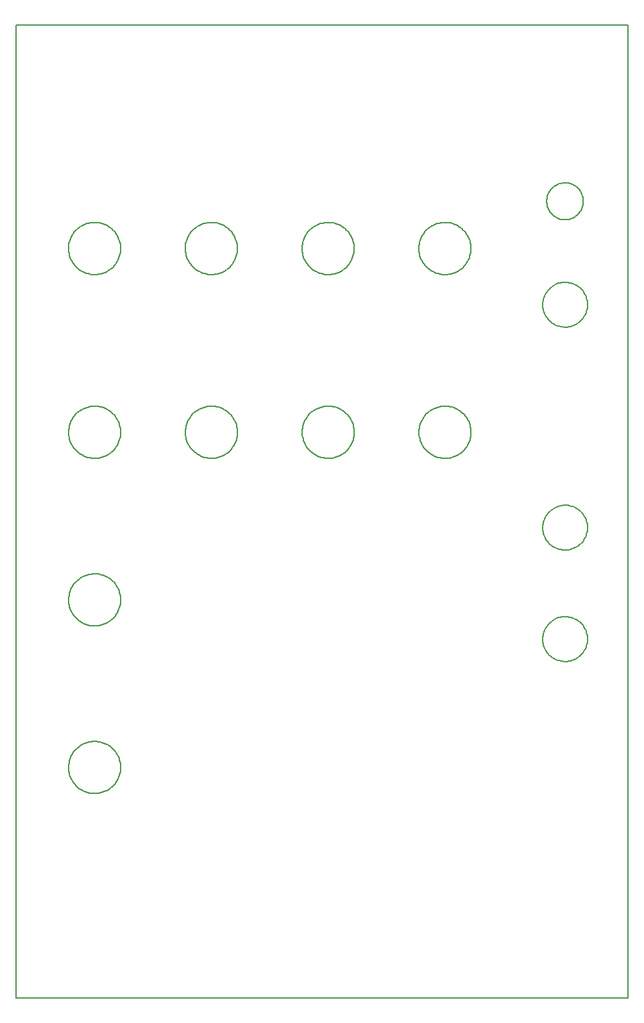
<source format=gbr>
%TF.GenerationSoftware,KiCad,Pcbnew,(5.1.6-0)*%
%TF.CreationDate,2020-12-24T13:42:28-08:00*%
%TF.ProjectId,panel_board,70616e65-6c5f-4626-9f61-72642e6b6963,rev?*%
%TF.SameCoordinates,Original*%
%TF.FileFunction,Profile,NP*%
%FSLAX46Y46*%
G04 Gerber Fmt 4.6, Leading zero omitted, Abs format (unit mm)*
G04 Created by KiCad (PCBNEW (5.1.6-0)) date 2020-12-24 13:42:28*
%MOMM*%
%LPD*%
G01*
G04 APERTURE LIST*
%TA.AperFunction,Profile*%
%ADD10C,0.200000*%
%TD*%
G04 APERTURE END LIST*
D10*
X146976753Y-56329517D02*
X146976753Y-56329517D01*
X148689675Y-57042885D02*
X148511991Y-56881092D01*
X148511991Y-56881092D02*
X148320722Y-56738725D01*
X148320722Y-56738725D02*
X148117455Y-56616445D01*
X148117455Y-56616445D02*
X147903779Y-56514915D01*
X147903779Y-56514915D02*
X147681282Y-56434796D01*
X147681282Y-56434796D02*
X147451553Y-56376748D01*
X147451553Y-56376748D02*
X147216181Y-56341435D01*
X147216181Y-56341435D02*
X146976753Y-56329517D01*
X149399190Y-58765108D02*
X149387336Y-58524379D01*
X149387336Y-58524379D02*
X149352213Y-58287728D01*
X149352213Y-58287728D02*
X149294479Y-58056752D01*
X149294479Y-58056752D02*
X149214793Y-57833047D01*
X149214793Y-57833047D02*
X149113811Y-57618211D01*
X149113811Y-57618211D02*
X148992192Y-57413840D01*
X148992192Y-57413840D02*
X148850594Y-57221533D01*
X148850594Y-57221533D02*
X148689675Y-57042885D01*
X147903780Y-61015300D02*
X148149835Y-60896137D01*
X148149835Y-60896137D02*
X148377919Y-60752069D01*
X148377919Y-60752069D02*
X148586671Y-60585142D01*
X148586671Y-60585142D02*
X148774730Y-60397403D01*
X148774730Y-60397403D02*
X148940736Y-60190899D01*
X148940736Y-60190899D02*
X149083327Y-59967679D01*
X149083327Y-59967679D02*
X149201144Y-59729789D01*
X149201144Y-59729789D02*
X149292826Y-59479278D01*
X149292826Y-59479278D02*
X149357011Y-59218191D01*
X149357011Y-59218191D02*
X149392340Y-58948577D01*
X149392340Y-58948577D02*
X149399190Y-58765108D01*
X145263832Y-60487330D02*
X145467490Y-60670289D01*
X145467490Y-60670289D02*
X145687157Y-60827023D01*
X145687157Y-60827023D02*
X145920431Y-60957051D01*
X145920431Y-60957051D02*
X146164909Y-61059894D01*
X146164909Y-61059894D02*
X146418191Y-61135071D01*
X146418191Y-61135071D02*
X146677873Y-61182101D01*
X146677873Y-61182101D02*
X146941554Y-61200504D01*
X146941554Y-61200504D02*
X147206832Y-61189800D01*
X147206832Y-61189800D02*
X147471305Y-61149508D01*
X147471305Y-61149508D02*
X147732570Y-61079148D01*
X147732570Y-61079148D02*
X147903780Y-61015300D01*
X144738714Y-57833048D02*
X144648531Y-58092240D01*
X144648531Y-58092240D02*
X144588572Y-58356267D01*
X144588572Y-58356267D02*
X144558360Y-58622714D01*
X144558360Y-58622714D02*
X144557417Y-58889166D01*
X144557417Y-58889166D02*
X144585265Y-59153207D01*
X144585265Y-59153207D02*
X144641425Y-59412422D01*
X144641425Y-59412422D02*
X144725421Y-59664397D01*
X144725421Y-59664397D02*
X144836775Y-59906716D01*
X144836775Y-59906716D02*
X144975008Y-60136965D01*
X144975008Y-60136965D02*
X145139643Y-60352728D01*
X145139643Y-60352728D02*
X145263832Y-60487330D01*
X146976753Y-56329517D02*
X146704071Y-56344935D01*
X146704071Y-56344935D02*
X146438514Y-56390279D01*
X146438514Y-56390279D02*
X146182117Y-56464180D01*
X146182117Y-56464180D02*
X145936917Y-56565271D01*
X145936917Y-56565271D02*
X145704949Y-56692182D01*
X145704949Y-56692182D02*
X145488251Y-56843547D01*
X145488251Y-56843547D02*
X145288857Y-57017997D01*
X145288857Y-57017997D02*
X145108806Y-57214165D01*
X145108806Y-57214165D02*
X144950132Y-57430681D01*
X144950132Y-57430681D02*
X144814873Y-57666179D01*
X144814873Y-57666179D02*
X144738714Y-57833048D01*
X102732486Y-62571366D02*
X102545153Y-62397454D01*
X102545153Y-62397454D02*
X102346653Y-62238844D01*
X102346653Y-62238844D02*
X102137935Y-62095929D01*
X102137935Y-62095929D02*
X101919951Y-61969104D01*
X101919951Y-61969104D02*
X101693653Y-61858762D01*
X101693653Y-61858762D02*
X101459993Y-61765298D01*
X101459993Y-61765298D02*
X101219922Y-61689106D01*
X101219922Y-61689106D02*
X100974391Y-61630580D01*
X100974391Y-61630580D02*
X100724352Y-61590114D01*
X100724352Y-61590114D02*
X100470757Y-61568102D01*
X100470757Y-61568102D02*
X100300188Y-61563875D01*
X81708348Y-63687314D02*
X81618174Y-63930425D01*
X81618174Y-63930425D02*
X81547176Y-64177077D01*
X81547176Y-64177077D02*
X81495152Y-64426258D01*
X81495152Y-64426258D02*
X81461900Y-64676958D01*
X81461900Y-64676958D02*
X81447221Y-64928166D01*
X81447221Y-64928166D02*
X81450912Y-65178872D01*
X81450912Y-65178872D02*
X81472773Y-65428064D01*
X81472773Y-65428064D02*
X81512603Y-65674733D01*
X81512603Y-65674733D02*
X81570201Y-65917868D01*
X81570201Y-65917868D02*
X81645366Y-66156457D01*
X81645366Y-66156457D02*
X81737896Y-66389492D01*
X81737896Y-66389492D02*
X81847591Y-66615960D01*
X81847591Y-66615960D02*
X81974250Y-66834852D01*
X81974250Y-66834852D02*
X82117672Y-67045156D01*
X82117672Y-67045156D02*
X82277655Y-67245863D01*
X82277655Y-67245863D02*
X82454000Y-67435962D01*
X103739977Y-65003664D02*
X103730487Y-64748226D01*
X103730487Y-64748226D02*
X103702280Y-64495711D01*
X103702280Y-64495711D02*
X103655750Y-64247069D01*
X103655750Y-64247069D02*
X103591291Y-64003252D01*
X103591291Y-64003252D02*
X103509298Y-63765212D01*
X103509298Y-63765212D02*
X103410164Y-63533900D01*
X103410164Y-63533900D02*
X103294284Y-63310268D01*
X103294284Y-63310268D02*
X103162052Y-63095267D01*
X103162052Y-63095267D02*
X103013861Y-62889849D01*
X103013861Y-62889849D02*
X102850107Y-62694966D01*
X102850107Y-62694966D02*
X102732486Y-62571366D01*
X100300188Y-61563875D02*
X100300188Y-61563875D01*
X155268746Y-35514173D02*
X155268746Y-163859803D01*
X84886298Y-61563875D02*
X84627183Y-61573600D01*
X84627183Y-61573600D02*
X84372137Y-61602396D01*
X84372137Y-61602396D02*
X84122015Y-61649689D01*
X84122015Y-61649689D02*
X83877673Y-61714908D01*
X83877673Y-61714908D02*
X83639970Y-61797479D01*
X83639970Y-61797479D02*
X83409761Y-61896830D01*
X83409761Y-61896830D02*
X83187903Y-62012389D01*
X83187903Y-62012389D02*
X82975253Y-62143584D01*
X82975253Y-62143584D02*
X82772668Y-62289841D01*
X82772668Y-62289841D02*
X82581004Y-62450588D01*
X82581004Y-62450588D02*
X82401118Y-62625254D01*
X82401118Y-62625254D02*
X82233867Y-62813264D01*
X82233867Y-62813264D02*
X82080108Y-63014048D01*
X82080108Y-63014048D02*
X81940697Y-63227033D01*
X81940697Y-63227033D02*
X81816491Y-63451645D01*
X81816491Y-63451645D02*
X81708348Y-63687314D01*
X117030448Y-68181614D02*
X117266116Y-68073470D01*
X117266116Y-68073470D02*
X117490728Y-67949264D01*
X117490728Y-67949264D02*
X117703713Y-67809853D01*
X117703713Y-67809853D02*
X117904497Y-67656094D01*
X117904497Y-67656094D02*
X118092507Y-67488843D01*
X118092507Y-67488843D02*
X118267173Y-67308958D01*
X118267173Y-67308958D02*
X118427920Y-67117294D01*
X118427920Y-67117294D02*
X118574177Y-66914708D01*
X118574177Y-66914708D02*
X118705372Y-66702058D01*
X118705372Y-66702058D02*
X118820931Y-66480200D01*
X118820931Y-66480200D02*
X118920282Y-66249991D01*
X118920282Y-66249991D02*
X119002853Y-66012288D01*
X119002853Y-66012288D02*
X119068072Y-65767946D01*
X119068072Y-65767946D02*
X119115365Y-65517824D01*
X119115365Y-65517824D02*
X119144161Y-65262778D01*
X119144161Y-65262778D02*
X119153887Y-65003664D01*
X100300188Y-61563875D02*
X100041073Y-61573600D01*
X100041073Y-61573600D02*
X99786027Y-61602396D01*
X99786027Y-61602396D02*
X99535905Y-61649689D01*
X99535905Y-61649689D02*
X99291563Y-61714908D01*
X99291563Y-61714908D02*
X99053860Y-61797479D01*
X99053860Y-61797479D02*
X98823651Y-61896830D01*
X98823651Y-61896830D02*
X98601793Y-62012389D01*
X98601793Y-62012389D02*
X98389143Y-62143584D01*
X98389143Y-62143584D02*
X98186558Y-62289841D01*
X98186558Y-62289841D02*
X97994894Y-62450588D01*
X97994894Y-62450588D02*
X97815008Y-62625254D01*
X97815008Y-62625254D02*
X97647757Y-62813264D01*
X97647757Y-62813264D02*
X97493998Y-63014048D01*
X97493998Y-63014048D02*
X97354587Y-63227033D01*
X97354587Y-63227033D02*
X97230381Y-63451645D01*
X97230381Y-63451645D02*
X97122238Y-63687314D01*
X87318596Y-62571366D02*
X87131263Y-62397454D01*
X87131263Y-62397454D02*
X86932763Y-62238844D01*
X86932763Y-62238844D02*
X86724045Y-62095929D01*
X86724045Y-62095929D02*
X86506061Y-61969104D01*
X86506061Y-61969104D02*
X86279763Y-61858762D01*
X86279763Y-61858762D02*
X86046103Y-61765298D01*
X86046103Y-61765298D02*
X85806032Y-61689106D01*
X85806032Y-61689106D02*
X85560501Y-61630580D01*
X85560501Y-61630580D02*
X85310462Y-61590114D01*
X85310462Y-61590114D02*
X85056867Y-61568102D01*
X85056867Y-61568102D02*
X84886298Y-61563875D01*
X97867890Y-67435962D02*
X98057988Y-67612306D01*
X98057988Y-67612306D02*
X98258695Y-67772289D01*
X98258695Y-67772289D02*
X98468999Y-67915711D01*
X98468999Y-67915711D02*
X98687891Y-68042370D01*
X98687891Y-68042370D02*
X98914359Y-68152065D01*
X98914359Y-68152065D02*
X99147394Y-68244596D01*
X99147394Y-68244596D02*
X99385983Y-68319760D01*
X99385983Y-68319760D02*
X99629118Y-68377358D01*
X99629118Y-68377358D02*
X99875787Y-68417188D01*
X99875787Y-68417188D02*
X100124979Y-68439049D01*
X100124979Y-68439049D02*
X100375685Y-68442740D01*
X100375685Y-68442740D02*
X100626893Y-68428061D01*
X100626893Y-68428061D02*
X100877593Y-68394809D01*
X100877593Y-68394809D02*
X101126774Y-68342785D01*
X101126774Y-68342785D02*
X101373426Y-68271787D01*
X101373426Y-68271787D02*
X101616538Y-68181614D01*
X88336387Y-133461964D02*
X88326897Y-133206526D01*
X88326897Y-133206526D02*
X88298690Y-132954011D01*
X88298690Y-132954011D02*
X88252160Y-132705369D01*
X88252160Y-132705369D02*
X88187701Y-132461552D01*
X88187701Y-132461552D02*
X88105708Y-132223512D01*
X88105708Y-132223512D02*
X88006574Y-131992200D01*
X88006574Y-131992200D02*
X87890694Y-131768568D01*
X87890694Y-131768568D02*
X87758462Y-131553567D01*
X87758462Y-131553567D02*
X87610271Y-131348149D01*
X87610271Y-131348149D02*
X87446517Y-131153266D01*
X87446517Y-131153266D02*
X87328896Y-131029666D01*
X86212948Y-136639914D02*
X86448616Y-136531770D01*
X86448616Y-136531770D02*
X86673228Y-136407564D01*
X86673228Y-136407564D02*
X86886213Y-136268153D01*
X86886213Y-136268153D02*
X87086997Y-136114394D01*
X87086997Y-136114394D02*
X87275007Y-135947143D01*
X87275007Y-135947143D02*
X87449673Y-135767257D01*
X87449673Y-135767257D02*
X87610420Y-135575593D01*
X87610420Y-135575593D02*
X87756677Y-135373008D01*
X87756677Y-135373008D02*
X87887872Y-135160358D01*
X87887872Y-135160358D02*
X88003431Y-134938500D01*
X88003431Y-134938500D02*
X88102782Y-134708291D01*
X88102782Y-134708291D02*
X88185353Y-134470588D01*
X88185353Y-134470588D02*
X88250572Y-134226246D01*
X88250572Y-134226246D02*
X88297865Y-133976124D01*
X88297865Y-133976124D02*
X88326661Y-133721078D01*
X88326661Y-133721078D02*
X88336387Y-133461964D01*
X82464300Y-135894262D02*
X82654398Y-136070606D01*
X82654398Y-136070606D02*
X82855105Y-136230589D01*
X82855105Y-136230589D02*
X83065409Y-136374011D01*
X83065409Y-136374011D02*
X83284301Y-136500670D01*
X83284301Y-136500670D02*
X83510769Y-136610365D01*
X83510769Y-136610365D02*
X83743804Y-136702895D01*
X83743804Y-136702895D02*
X83982393Y-136778060D01*
X83982393Y-136778060D02*
X84225528Y-136835658D01*
X84225528Y-136835658D02*
X84472197Y-136875488D01*
X84472197Y-136875488D02*
X84721389Y-136897349D01*
X84721389Y-136897349D02*
X84972095Y-136901040D01*
X84972095Y-136901040D02*
X85223303Y-136886361D01*
X85223303Y-136886361D02*
X85474003Y-136853109D01*
X85474003Y-136853109D02*
X85723184Y-136801085D01*
X85723184Y-136801085D02*
X85969836Y-136730087D01*
X85969836Y-136730087D02*
X86212948Y-136639914D01*
X81718648Y-132145614D02*
X81628474Y-132388725D01*
X81628474Y-132388725D02*
X81557476Y-132635377D01*
X81557476Y-132635377D02*
X81505452Y-132884558D01*
X81505452Y-132884558D02*
X81472200Y-133135258D01*
X81472200Y-133135258D02*
X81457521Y-133386466D01*
X81457521Y-133386466D02*
X81461212Y-133637172D01*
X81461212Y-133637172D02*
X81483073Y-133886364D01*
X81483073Y-133886364D02*
X81522903Y-134133033D01*
X81522903Y-134133033D02*
X81580501Y-134376168D01*
X81580501Y-134376168D02*
X81655666Y-134614757D01*
X81655666Y-134614757D02*
X81748196Y-134847792D01*
X81748196Y-134847792D02*
X81857891Y-135074260D01*
X81857891Y-135074260D02*
X81984550Y-135293152D01*
X81984550Y-135293152D02*
X82127972Y-135503456D01*
X82127972Y-135503456D02*
X82287955Y-135704163D01*
X82287955Y-135704163D02*
X82464300Y-135894262D01*
X112536148Y-63687314D02*
X112445974Y-63930425D01*
X112445974Y-63930425D02*
X112374976Y-64177077D01*
X112374976Y-64177077D02*
X112322952Y-64426258D01*
X112322952Y-64426258D02*
X112289700Y-64676958D01*
X112289700Y-64676958D02*
X112275021Y-64928166D01*
X112275021Y-64928166D02*
X112278712Y-65178872D01*
X112278712Y-65178872D02*
X112300573Y-65428064D01*
X112300573Y-65428064D02*
X112340403Y-65674733D01*
X112340403Y-65674733D02*
X112398001Y-65917868D01*
X112398001Y-65917868D02*
X112473166Y-66156457D01*
X112473166Y-66156457D02*
X112565696Y-66389492D01*
X112565696Y-66389492D02*
X112675391Y-66615960D01*
X112675391Y-66615960D02*
X112802050Y-66834852D01*
X112802050Y-66834852D02*
X112945472Y-67045156D01*
X112945472Y-67045156D02*
X113105455Y-67245863D01*
X113105455Y-67245863D02*
X113281800Y-67435962D01*
X87328896Y-131029666D02*
X87141563Y-130855754D01*
X87141563Y-130855754D02*
X86943063Y-130697144D01*
X86943063Y-130697144D02*
X86734345Y-130554229D01*
X86734345Y-130554229D02*
X86516361Y-130427404D01*
X86516361Y-130427404D02*
X86290063Y-130317062D01*
X86290063Y-130317062D02*
X86056403Y-130223598D01*
X86056403Y-130223598D02*
X85816332Y-130147406D01*
X85816332Y-130147406D02*
X85570801Y-130088880D01*
X85570801Y-130088880D02*
X85320762Y-130048414D01*
X85320762Y-130048414D02*
X85067167Y-130026402D01*
X85067167Y-130026402D02*
X84896598Y-130022175D01*
X115714098Y-61563875D02*
X115454983Y-61573600D01*
X115454983Y-61573600D02*
X115199937Y-61602396D01*
X115199937Y-61602396D02*
X114949815Y-61649689D01*
X114949815Y-61649689D02*
X114705473Y-61714908D01*
X114705473Y-61714908D02*
X114467770Y-61797479D01*
X114467770Y-61797479D02*
X114237561Y-61896830D01*
X114237561Y-61896830D02*
X114015703Y-62012389D01*
X114015703Y-62012389D02*
X113803053Y-62143584D01*
X113803053Y-62143584D02*
X113600468Y-62289841D01*
X113600468Y-62289841D02*
X113408804Y-62450588D01*
X113408804Y-62450588D02*
X113228918Y-62625254D01*
X113228918Y-62625254D02*
X113061667Y-62813264D01*
X113061667Y-62813264D02*
X112907908Y-63014048D01*
X112907908Y-63014048D02*
X112768497Y-63227033D01*
X112768497Y-63227033D02*
X112644291Y-63451645D01*
X112644291Y-63451645D02*
X112536148Y-63687314D01*
X149079323Y-114438933D02*
X148918375Y-114289516D01*
X148918375Y-114289516D02*
X148747833Y-114153245D01*
X148747833Y-114153245D02*
X148568512Y-114030460D01*
X148568512Y-114030460D02*
X148381230Y-113921497D01*
X148381230Y-113921497D02*
X148186805Y-113826696D01*
X148186805Y-113826696D02*
X147986054Y-113746396D01*
X147986054Y-113746396D02*
X147779796Y-113680935D01*
X147779796Y-113680935D02*
X147568846Y-113630652D01*
X147568846Y-113630652D02*
X147354024Y-113595885D01*
X147354024Y-113595885D02*
X147136147Y-113576974D01*
X147136147Y-113576974D02*
X146989602Y-113573342D01*
X149944914Y-116528654D02*
X149936760Y-116309193D01*
X149936760Y-116309193D02*
X149912526Y-116092243D01*
X149912526Y-116092243D02*
X149872550Y-115878622D01*
X149872550Y-115878622D02*
X149817170Y-115669145D01*
X149817170Y-115669145D02*
X149746725Y-115464632D01*
X149746725Y-115464632D02*
X149661553Y-115265899D01*
X149661553Y-115265899D02*
X149561995Y-115073764D01*
X149561995Y-115073764D02*
X149448386Y-114889045D01*
X149448386Y-114889045D02*
X149321068Y-114712559D01*
X149321068Y-114712559D02*
X149180378Y-114545124D01*
X149180378Y-114545124D02*
X149079323Y-114438933D01*
X148120551Y-119259006D02*
X148323026Y-119166093D01*
X148323026Y-119166093D02*
X148516003Y-119059381D01*
X148516003Y-119059381D02*
X148698989Y-118939605D01*
X148698989Y-118939605D02*
X148871494Y-118807502D01*
X148871494Y-118807502D02*
X149033024Y-118663808D01*
X149033024Y-118663808D02*
X149183089Y-118509258D01*
X149183089Y-118509258D02*
X149321196Y-118344589D01*
X149321196Y-118344589D02*
X149446854Y-118170537D01*
X149446854Y-118170537D02*
X149559570Y-117987837D01*
X149559570Y-117987837D02*
X149658853Y-117797227D01*
X149658853Y-117797227D02*
X149744211Y-117599442D01*
X149744211Y-117599442D02*
X149815152Y-117395218D01*
X149815152Y-117395218D02*
X149871185Y-117185291D01*
X149871185Y-117185291D02*
X149911817Y-116970397D01*
X149911817Y-116970397D02*
X149936558Y-116751273D01*
X149936558Y-116751273D02*
X149944914Y-116528654D01*
X144899881Y-118618375D02*
X145063204Y-118769881D01*
X145063204Y-118769881D02*
X145235643Y-118907332D01*
X145235643Y-118907332D02*
X145416327Y-119030553D01*
X145416327Y-119030553D02*
X145604389Y-119139373D01*
X145604389Y-119139373D02*
X145798960Y-119233618D01*
X145798960Y-119233618D02*
X145999173Y-119313116D01*
X145999173Y-119313116D02*
X146204159Y-119377694D01*
X146204159Y-119377694D02*
X146413049Y-119427180D01*
X146413049Y-119427180D02*
X146624976Y-119461400D01*
X146624976Y-119461400D02*
X146839071Y-119480182D01*
X146839071Y-119480182D02*
X147054466Y-119483354D01*
X147054466Y-119483354D02*
X147270292Y-119470742D01*
X147270292Y-119470742D02*
X147485682Y-119442174D01*
X147485682Y-119442174D02*
X147699768Y-119397477D01*
X147699768Y-119397477D02*
X147911680Y-119336478D01*
X147911680Y-119336478D02*
X148120551Y-119259006D01*
X144259250Y-115397705D02*
X144181777Y-115606575D01*
X144181777Y-115606575D02*
X144120778Y-115818487D01*
X144120778Y-115818487D02*
X144076081Y-116032573D01*
X144076081Y-116032573D02*
X144047513Y-116247963D01*
X144047513Y-116247963D02*
X144034901Y-116463789D01*
X144034901Y-116463789D02*
X144038073Y-116679184D01*
X144038073Y-116679184D02*
X144056855Y-116893279D01*
X144056855Y-116893279D02*
X144091075Y-117105206D01*
X144091075Y-117105206D02*
X144140561Y-117314096D01*
X144140561Y-117314096D02*
X144205139Y-117519082D01*
X144205139Y-117519082D02*
X144284637Y-117719295D01*
X144284637Y-117719295D02*
X144378882Y-117913866D01*
X144378882Y-117913866D02*
X144487702Y-118101928D01*
X144487702Y-118101928D02*
X144610923Y-118282612D01*
X144610923Y-118282612D02*
X144748374Y-118455051D01*
X144748374Y-118455051D02*
X144899881Y-118618375D01*
X146989602Y-113573342D02*
X146766982Y-113581697D01*
X146766982Y-113581697D02*
X146547858Y-113606438D01*
X146547858Y-113606438D02*
X146332964Y-113647070D01*
X146332964Y-113647070D02*
X146123037Y-113703103D01*
X146123037Y-113703103D02*
X145918813Y-113774044D01*
X145918813Y-113774044D02*
X145721028Y-113859402D01*
X145721028Y-113859402D02*
X145530418Y-113958685D01*
X145530418Y-113958685D02*
X145347718Y-114071402D01*
X145347718Y-114071402D02*
X145173666Y-114197059D01*
X145173666Y-114197059D02*
X145008997Y-114335166D01*
X145008997Y-114335166D02*
X144854447Y-114485231D01*
X144854447Y-114485231D02*
X144710753Y-114646761D01*
X144710753Y-114646761D02*
X144578650Y-114819266D01*
X144578650Y-114819266D02*
X144458874Y-115002252D01*
X144458874Y-115002252D02*
X144352162Y-115195229D01*
X144352162Y-115195229D02*
X144259250Y-115397705D01*
X87328896Y-108919266D02*
X87141563Y-108745354D01*
X87141563Y-108745354D02*
X86943063Y-108586744D01*
X86943063Y-108586744D02*
X86734345Y-108443829D01*
X86734345Y-108443829D02*
X86516361Y-108317004D01*
X86516361Y-108317004D02*
X86290063Y-108206662D01*
X86290063Y-108206662D02*
X86056403Y-108113198D01*
X86056403Y-108113198D02*
X85816332Y-108037006D01*
X85816332Y-108037006D02*
X85570801Y-107978480D01*
X85570801Y-107978480D02*
X85320762Y-107938014D01*
X85320762Y-107938014D02*
X85067167Y-107916002D01*
X85067167Y-107916002D02*
X84896598Y-107911775D01*
X88336387Y-111351564D02*
X88326897Y-111096126D01*
X88326897Y-111096126D02*
X88298690Y-110843611D01*
X88298690Y-110843611D02*
X88252160Y-110594969D01*
X88252160Y-110594969D02*
X88187701Y-110351152D01*
X88187701Y-110351152D02*
X88105708Y-110113112D01*
X88105708Y-110113112D02*
X88006574Y-109881800D01*
X88006574Y-109881800D02*
X87890694Y-109658168D01*
X87890694Y-109658168D02*
X87758462Y-109443167D01*
X87758462Y-109443167D02*
X87610271Y-109237749D01*
X87610271Y-109237749D02*
X87446517Y-109042866D01*
X87446517Y-109042866D02*
X87328896Y-108919266D01*
X86212948Y-114529514D02*
X86448616Y-114421370D01*
X86448616Y-114421370D02*
X86673228Y-114297164D01*
X86673228Y-114297164D02*
X86886213Y-114157753D01*
X86886213Y-114157753D02*
X87086997Y-114003994D01*
X87086997Y-114003994D02*
X87275007Y-113836743D01*
X87275007Y-113836743D02*
X87449673Y-113656857D01*
X87449673Y-113656857D02*
X87610420Y-113465193D01*
X87610420Y-113465193D02*
X87756677Y-113262608D01*
X87756677Y-113262608D02*
X87887872Y-113049958D01*
X87887872Y-113049958D02*
X88003431Y-112828100D01*
X88003431Y-112828100D02*
X88102782Y-112597891D01*
X88102782Y-112597891D02*
X88185353Y-112360188D01*
X88185353Y-112360188D02*
X88250572Y-112115846D01*
X88250572Y-112115846D02*
X88297865Y-111865724D01*
X88297865Y-111865724D02*
X88326661Y-111610678D01*
X88326661Y-111610678D02*
X88336387Y-111351564D01*
X82464300Y-113783862D02*
X82654398Y-113960206D01*
X82654398Y-113960206D02*
X82855105Y-114120189D01*
X82855105Y-114120189D02*
X83065409Y-114263611D01*
X83065409Y-114263611D02*
X83284301Y-114390270D01*
X83284301Y-114390270D02*
X83510769Y-114499965D01*
X83510769Y-114499965D02*
X83743804Y-114592495D01*
X83743804Y-114592495D02*
X83982393Y-114667660D01*
X83982393Y-114667660D02*
X84225528Y-114725258D01*
X84225528Y-114725258D02*
X84472197Y-114765088D01*
X84472197Y-114765088D02*
X84721389Y-114786949D01*
X84721389Y-114786949D02*
X84972095Y-114790640D01*
X84972095Y-114790640D02*
X85223303Y-114775961D01*
X85223303Y-114775961D02*
X85474003Y-114742709D01*
X85474003Y-114742709D02*
X85723184Y-114690685D01*
X85723184Y-114690685D02*
X85969836Y-114619687D01*
X85969836Y-114619687D02*
X86212948Y-114529514D01*
X81718648Y-110035214D02*
X81628474Y-110278325D01*
X81628474Y-110278325D02*
X81557476Y-110524977D01*
X81557476Y-110524977D02*
X81505452Y-110774158D01*
X81505452Y-110774158D02*
X81472200Y-111024858D01*
X81472200Y-111024858D02*
X81457521Y-111276066D01*
X81457521Y-111276066D02*
X81461212Y-111526772D01*
X81461212Y-111526772D02*
X81483073Y-111775964D01*
X81483073Y-111775964D02*
X81522903Y-112022633D01*
X81522903Y-112022633D02*
X81580501Y-112265768D01*
X81580501Y-112265768D02*
X81655666Y-112504357D01*
X81655666Y-112504357D02*
X81748196Y-112737392D01*
X81748196Y-112737392D02*
X81857891Y-112963860D01*
X81857891Y-112963860D02*
X81984550Y-113182752D01*
X81984550Y-113182752D02*
X82127972Y-113393056D01*
X82127972Y-113393056D02*
X82287955Y-113593763D01*
X82287955Y-113593763D02*
X82464300Y-113783862D01*
X84896598Y-107911775D02*
X84637483Y-107921500D01*
X84637483Y-107921500D02*
X84382437Y-107950296D01*
X84382437Y-107950296D02*
X84132315Y-107997589D01*
X84132315Y-107997589D02*
X83887973Y-108062808D01*
X83887973Y-108062808D02*
X83650270Y-108145379D01*
X83650270Y-108145379D02*
X83420061Y-108244730D01*
X83420061Y-108244730D02*
X83198203Y-108360289D01*
X83198203Y-108360289D02*
X82985553Y-108491484D01*
X82985553Y-108491484D02*
X82782968Y-108637741D01*
X82782968Y-108637741D02*
X82591304Y-108798488D01*
X82591304Y-108798488D02*
X82411418Y-108973154D01*
X82411418Y-108973154D02*
X82244167Y-109161164D01*
X82244167Y-109161164D02*
X82090408Y-109361948D01*
X82090408Y-109361948D02*
X81950997Y-109574933D01*
X81950997Y-109574933D02*
X81826791Y-109799545D01*
X81826791Y-109799545D02*
X81718648Y-110035214D01*
X115714098Y-61563875D02*
X115714098Y-61563875D01*
X118146396Y-62571366D02*
X117959063Y-62397454D01*
X117959063Y-62397454D02*
X117760563Y-62238844D01*
X117760563Y-62238844D02*
X117551845Y-62095929D01*
X117551845Y-62095929D02*
X117333861Y-61969104D01*
X117333861Y-61969104D02*
X117107563Y-61858762D01*
X117107563Y-61858762D02*
X116873903Y-61765298D01*
X116873903Y-61765298D02*
X116633832Y-61689106D01*
X116633832Y-61689106D02*
X116388301Y-61630580D01*
X116388301Y-61630580D02*
X116138262Y-61590114D01*
X116138262Y-61590114D02*
X115884667Y-61568102D01*
X115884667Y-61568102D02*
X115714098Y-61563875D01*
X119153887Y-65003664D02*
X119144397Y-64748226D01*
X119144397Y-64748226D02*
X119116190Y-64495711D01*
X119116190Y-64495711D02*
X119069660Y-64247069D01*
X119069660Y-64247069D02*
X119005201Y-64003252D01*
X119005201Y-64003252D02*
X118923208Y-63765212D01*
X118923208Y-63765212D02*
X118824074Y-63533900D01*
X118824074Y-63533900D02*
X118708194Y-63310268D01*
X118708194Y-63310268D02*
X118575962Y-63095267D01*
X118575962Y-63095267D02*
X118427771Y-62889849D01*
X118427771Y-62889849D02*
X118264017Y-62694966D01*
X118264017Y-62694966D02*
X118146396Y-62571366D01*
X74523118Y-35514173D02*
X155268746Y-35514173D01*
X133560296Y-62571366D02*
X133372963Y-62397454D01*
X133372963Y-62397454D02*
X133174463Y-62238844D01*
X133174463Y-62238844D02*
X132965745Y-62095929D01*
X132965745Y-62095929D02*
X132747761Y-61969104D01*
X132747761Y-61969104D02*
X132521463Y-61858762D01*
X132521463Y-61858762D02*
X132287803Y-61765298D01*
X132287803Y-61765298D02*
X132047732Y-61689106D01*
X132047732Y-61689106D02*
X131802201Y-61630580D01*
X131802201Y-61630580D02*
X131552162Y-61590114D01*
X131552162Y-61590114D02*
X131298567Y-61568102D01*
X131298567Y-61568102D02*
X131127998Y-61563875D01*
X132444348Y-68181614D02*
X132680016Y-68073470D01*
X132680016Y-68073470D02*
X132904628Y-67949264D01*
X132904628Y-67949264D02*
X133117613Y-67809853D01*
X133117613Y-67809853D02*
X133318397Y-67656094D01*
X133318397Y-67656094D02*
X133506407Y-67488843D01*
X133506407Y-67488843D02*
X133681073Y-67308958D01*
X133681073Y-67308958D02*
X133841820Y-67117294D01*
X133841820Y-67117294D02*
X133988077Y-66914708D01*
X133988077Y-66914708D02*
X134119272Y-66702058D01*
X134119272Y-66702058D02*
X134234831Y-66480200D01*
X134234831Y-66480200D02*
X134334182Y-66249991D01*
X134334182Y-66249991D02*
X134416753Y-66012288D01*
X134416753Y-66012288D02*
X134481972Y-65767946D01*
X134481972Y-65767946D02*
X134529265Y-65517824D01*
X134529265Y-65517824D02*
X134558061Y-65262778D01*
X134558061Y-65262778D02*
X134567787Y-65003664D01*
X127950048Y-63687314D02*
X127859874Y-63930425D01*
X127859874Y-63930425D02*
X127788876Y-64177077D01*
X127788876Y-64177077D02*
X127736852Y-64426258D01*
X127736852Y-64426258D02*
X127703600Y-64676958D01*
X127703600Y-64676958D02*
X127688921Y-64928166D01*
X127688921Y-64928166D02*
X127692612Y-65178872D01*
X127692612Y-65178872D02*
X127714473Y-65428064D01*
X127714473Y-65428064D02*
X127754303Y-65674733D01*
X127754303Y-65674733D02*
X127811901Y-65917868D01*
X127811901Y-65917868D02*
X127887066Y-66156457D01*
X127887066Y-66156457D02*
X127979596Y-66389492D01*
X127979596Y-66389492D02*
X128089291Y-66615960D01*
X128089291Y-66615960D02*
X128215950Y-66834852D01*
X128215950Y-66834852D02*
X128359372Y-67045156D01*
X128359372Y-67045156D02*
X128519355Y-67245863D01*
X128519355Y-67245863D02*
X128695700Y-67435962D01*
X131127998Y-61563875D02*
X130868883Y-61573600D01*
X130868883Y-61573600D02*
X130613837Y-61602396D01*
X130613837Y-61602396D02*
X130363715Y-61649689D01*
X130363715Y-61649689D02*
X130119373Y-61714908D01*
X130119373Y-61714908D02*
X129881670Y-61797479D01*
X129881670Y-61797479D02*
X129651461Y-61896830D01*
X129651461Y-61896830D02*
X129429603Y-62012389D01*
X129429603Y-62012389D02*
X129216953Y-62143584D01*
X129216953Y-62143584D02*
X129014368Y-62289841D01*
X129014368Y-62289841D02*
X128822704Y-62450588D01*
X128822704Y-62450588D02*
X128642818Y-62625254D01*
X128642818Y-62625254D02*
X128475567Y-62813264D01*
X128475567Y-62813264D02*
X128321808Y-63014048D01*
X128321808Y-63014048D02*
X128182397Y-63227033D01*
X128182397Y-63227033D02*
X128058191Y-63451645D01*
X128058191Y-63451645D02*
X127950048Y-63687314D01*
X131127998Y-61563875D02*
X131127998Y-61563875D01*
X134567787Y-65003664D02*
X134558297Y-64748226D01*
X134558297Y-64748226D02*
X134530090Y-64495711D01*
X134530090Y-64495711D02*
X134483560Y-64247069D01*
X134483560Y-64247069D02*
X134419101Y-64003252D01*
X134419101Y-64003252D02*
X134337108Y-63765212D01*
X134337108Y-63765212D02*
X134237974Y-63533900D01*
X134237974Y-63533900D02*
X134122094Y-63310268D01*
X134122094Y-63310268D02*
X133989862Y-63095267D01*
X133989862Y-63095267D02*
X133841671Y-62889849D01*
X133841671Y-62889849D02*
X133677917Y-62694966D01*
X133677917Y-62694966D02*
X133560296Y-62571366D01*
X86202648Y-68181614D02*
X86438316Y-68073470D01*
X86438316Y-68073470D02*
X86662928Y-67949264D01*
X86662928Y-67949264D02*
X86875913Y-67809853D01*
X86875913Y-67809853D02*
X87076697Y-67656094D01*
X87076697Y-67656094D02*
X87264707Y-67488843D01*
X87264707Y-67488843D02*
X87439373Y-67308958D01*
X87439373Y-67308958D02*
X87600120Y-67117294D01*
X87600120Y-67117294D02*
X87746377Y-66914708D01*
X87746377Y-66914708D02*
X87877572Y-66702058D01*
X87877572Y-66702058D02*
X87993131Y-66480200D01*
X87993131Y-66480200D02*
X88092482Y-66249991D01*
X88092482Y-66249991D02*
X88175053Y-66012288D01*
X88175053Y-66012288D02*
X88240272Y-65767946D01*
X88240272Y-65767946D02*
X88287565Y-65517824D01*
X88287565Y-65517824D02*
X88316361Y-65262778D01*
X88316361Y-65262778D02*
X88326087Y-65003664D01*
X84896598Y-130022175D02*
X84637483Y-130031900D01*
X84637483Y-130031900D02*
X84382437Y-130060696D01*
X84382437Y-130060696D02*
X84132315Y-130107989D01*
X84132315Y-130107989D02*
X83887973Y-130173208D01*
X83887973Y-130173208D02*
X83650270Y-130255779D01*
X83650270Y-130255779D02*
X83420061Y-130355130D01*
X83420061Y-130355130D02*
X83198203Y-130470689D01*
X83198203Y-130470689D02*
X82985553Y-130601884D01*
X82985553Y-130601884D02*
X82782968Y-130748141D01*
X82782968Y-130748141D02*
X82591304Y-130908888D01*
X82591304Y-130908888D02*
X82411418Y-131083554D01*
X82411418Y-131083554D02*
X82244167Y-131271564D01*
X82244167Y-131271564D02*
X82090408Y-131472348D01*
X82090408Y-131472348D02*
X81950997Y-131685333D01*
X81950997Y-131685333D02*
X81826791Y-131909945D01*
X81826791Y-131909945D02*
X81718648Y-132145614D01*
X84896598Y-107911775D02*
X84896598Y-107911775D01*
X146989602Y-98867782D02*
X146989602Y-98867782D01*
X149079323Y-99733373D02*
X148918375Y-99583956D01*
X148918375Y-99583956D02*
X148747833Y-99447685D01*
X148747833Y-99447685D02*
X148568512Y-99324900D01*
X148568512Y-99324900D02*
X148381230Y-99215937D01*
X148381230Y-99215937D02*
X148186805Y-99121136D01*
X148186805Y-99121136D02*
X147986054Y-99040836D01*
X147986054Y-99040836D02*
X147779796Y-98975375D01*
X147779796Y-98975375D02*
X147568846Y-98925092D01*
X147568846Y-98925092D02*
X147354024Y-98890325D01*
X147354024Y-98890325D02*
X147136147Y-98871414D01*
X147136147Y-98871414D02*
X146989602Y-98867782D01*
X128695700Y-67435962D02*
X128885798Y-67612306D01*
X128885798Y-67612306D02*
X129086505Y-67772289D01*
X129086505Y-67772289D02*
X129296809Y-67915711D01*
X129296809Y-67915711D02*
X129515701Y-68042370D01*
X129515701Y-68042370D02*
X129742169Y-68152065D01*
X129742169Y-68152065D02*
X129975204Y-68244596D01*
X129975204Y-68244596D02*
X130213793Y-68319760D01*
X130213793Y-68319760D02*
X130456928Y-68377358D01*
X130456928Y-68377358D02*
X130703597Y-68417188D01*
X130703597Y-68417188D02*
X130952789Y-68439049D01*
X130952789Y-68439049D02*
X131203495Y-68442740D01*
X131203495Y-68442740D02*
X131454703Y-68428061D01*
X131454703Y-68428061D02*
X131705403Y-68394809D01*
X131705403Y-68394809D02*
X131954584Y-68342785D01*
X131954584Y-68342785D02*
X132201236Y-68271787D01*
X132201236Y-68271787D02*
X132444348Y-68181614D01*
X84896598Y-85801375D02*
X84637483Y-85811100D01*
X84637483Y-85811100D02*
X84382437Y-85839896D01*
X84382437Y-85839896D02*
X84132315Y-85887189D01*
X84132315Y-85887189D02*
X83887973Y-85952408D01*
X83887973Y-85952408D02*
X83650270Y-86034979D01*
X83650270Y-86034979D02*
X83420061Y-86134330D01*
X83420061Y-86134330D02*
X83198203Y-86249889D01*
X83198203Y-86249889D02*
X82985553Y-86381084D01*
X82985553Y-86381084D02*
X82782968Y-86527341D01*
X82782968Y-86527341D02*
X82591304Y-86688088D01*
X82591304Y-86688088D02*
X82411418Y-86862754D01*
X82411418Y-86862754D02*
X82244167Y-87050764D01*
X82244167Y-87050764D02*
X82090408Y-87251548D01*
X82090408Y-87251548D02*
X81950997Y-87464533D01*
X81950997Y-87464533D02*
X81826791Y-87689145D01*
X81826791Y-87689145D02*
X81718648Y-87924814D01*
X88326087Y-65003664D02*
X88316597Y-64748226D01*
X88316597Y-64748226D02*
X88288390Y-64495711D01*
X88288390Y-64495711D02*
X88241860Y-64247069D01*
X88241860Y-64247069D02*
X88177401Y-64003252D01*
X88177401Y-64003252D02*
X88095408Y-63765212D01*
X88095408Y-63765212D02*
X87996274Y-63533900D01*
X87996274Y-63533900D02*
X87880394Y-63310268D01*
X87880394Y-63310268D02*
X87748162Y-63095267D01*
X87748162Y-63095267D02*
X87599971Y-62889849D01*
X87599971Y-62889849D02*
X87436217Y-62694966D01*
X87436217Y-62694966D02*
X87318596Y-62571366D01*
X146989602Y-98867782D02*
X146766982Y-98876137D01*
X146766982Y-98876137D02*
X146547858Y-98900878D01*
X146547858Y-98900878D02*
X146332964Y-98941510D01*
X146332964Y-98941510D02*
X146123037Y-98997543D01*
X146123037Y-98997543D02*
X145918813Y-99068484D01*
X145918813Y-99068484D02*
X145721028Y-99153842D01*
X145721028Y-99153842D02*
X145530418Y-99253125D01*
X145530418Y-99253125D02*
X145347718Y-99365842D01*
X145347718Y-99365842D02*
X145173666Y-99491499D01*
X145173666Y-99491499D02*
X145008997Y-99629606D01*
X145008997Y-99629606D02*
X144854447Y-99779671D01*
X144854447Y-99779671D02*
X144710753Y-99941201D01*
X144710753Y-99941201D02*
X144578650Y-100113706D01*
X144578650Y-100113706D02*
X144458874Y-100296692D01*
X144458874Y-100296692D02*
X144352162Y-100489669D01*
X144352162Y-100489669D02*
X144259250Y-100692145D01*
X146989602Y-69456683D02*
X146989602Y-69456683D01*
X149079323Y-70322273D02*
X148918375Y-70172856D01*
X148918375Y-70172856D02*
X148747833Y-70036586D01*
X148747833Y-70036586D02*
X148568512Y-69913800D01*
X148568512Y-69913800D02*
X148381230Y-69804837D01*
X148381230Y-69804837D02*
X148186805Y-69710037D01*
X148186805Y-69710037D02*
X147986054Y-69629737D01*
X147986054Y-69629737D02*
X147779796Y-69564276D01*
X147779796Y-69564276D02*
X147568846Y-69513993D01*
X147568846Y-69513993D02*
X147354024Y-69479226D01*
X147354024Y-69479226D02*
X147136147Y-69460315D01*
X147136147Y-69460315D02*
X146989602Y-69456683D01*
X149944914Y-72411994D02*
X149936760Y-72192533D01*
X149936760Y-72192533D02*
X149912526Y-71975583D01*
X149912526Y-71975583D02*
X149872550Y-71761962D01*
X149872550Y-71761962D02*
X149817170Y-71552485D01*
X149817170Y-71552485D02*
X149746725Y-71347972D01*
X149746725Y-71347972D02*
X149661553Y-71149239D01*
X149661553Y-71149239D02*
X149561995Y-70957104D01*
X149561995Y-70957104D02*
X149448386Y-70772385D01*
X149448386Y-70772385D02*
X149321068Y-70595899D01*
X149321068Y-70595899D02*
X149180378Y-70428464D01*
X149180378Y-70428464D02*
X149079323Y-70322273D01*
X148120551Y-75142346D02*
X148323026Y-75049433D01*
X148323026Y-75049433D02*
X148516003Y-74942721D01*
X148516003Y-74942721D02*
X148698989Y-74822945D01*
X148698989Y-74822945D02*
X148871494Y-74690842D01*
X148871494Y-74690842D02*
X149033024Y-74547148D01*
X149033024Y-74547148D02*
X149183089Y-74392598D01*
X149183089Y-74392598D02*
X149321196Y-74227929D01*
X149321196Y-74227929D02*
X149446854Y-74053877D01*
X149446854Y-74053877D02*
X149559570Y-73871177D01*
X149559570Y-73871177D02*
X149658853Y-73680567D01*
X149658853Y-73680567D02*
X149744211Y-73482782D01*
X149744211Y-73482782D02*
X149815152Y-73278558D01*
X149815152Y-73278558D02*
X149871185Y-73068631D01*
X149871185Y-73068631D02*
X149911817Y-72853737D01*
X149911817Y-72853737D02*
X149936558Y-72634613D01*
X149936558Y-72634613D02*
X149944914Y-72411994D01*
X144899881Y-74501715D02*
X145063204Y-74653221D01*
X145063204Y-74653221D02*
X145235643Y-74790672D01*
X145235643Y-74790672D02*
X145416327Y-74913893D01*
X145416327Y-74913893D02*
X145604389Y-75022713D01*
X145604389Y-75022713D02*
X145798960Y-75116958D01*
X145798960Y-75116958D02*
X145999173Y-75196456D01*
X145999173Y-75196456D02*
X146204159Y-75261034D01*
X146204159Y-75261034D02*
X146413049Y-75310520D01*
X146413049Y-75310520D02*
X146624976Y-75344740D01*
X146624976Y-75344740D02*
X146839071Y-75363522D01*
X146839071Y-75363522D02*
X147054466Y-75366694D01*
X147054466Y-75366694D02*
X147270292Y-75354082D01*
X147270292Y-75354082D02*
X147485682Y-75325514D01*
X147485682Y-75325514D02*
X147699768Y-75280817D01*
X147699768Y-75280817D02*
X147911680Y-75219818D01*
X147911680Y-75219818D02*
X148120551Y-75142346D01*
X88336387Y-89241164D02*
X88326897Y-88985726D01*
X88326897Y-88985726D02*
X88298690Y-88733211D01*
X88298690Y-88733211D02*
X88252160Y-88484569D01*
X88252160Y-88484569D02*
X88187701Y-88240752D01*
X88187701Y-88240752D02*
X88105708Y-88002712D01*
X88105708Y-88002712D02*
X88006574Y-87771400D01*
X88006574Y-87771400D02*
X87890694Y-87547768D01*
X87890694Y-87547768D02*
X87758462Y-87332767D01*
X87758462Y-87332767D02*
X87610271Y-87127349D01*
X87610271Y-87127349D02*
X87446517Y-86932466D01*
X87446517Y-86932466D02*
X87328896Y-86808866D01*
X86212948Y-92419114D02*
X86448616Y-92310970D01*
X86448616Y-92310970D02*
X86673228Y-92186764D01*
X86673228Y-92186764D02*
X86886213Y-92047353D01*
X86886213Y-92047353D02*
X87086997Y-91893594D01*
X87086997Y-91893594D02*
X87275007Y-91726343D01*
X87275007Y-91726343D02*
X87449673Y-91546457D01*
X87449673Y-91546457D02*
X87610420Y-91354793D01*
X87610420Y-91354793D02*
X87756677Y-91152208D01*
X87756677Y-91152208D02*
X87887872Y-90939558D01*
X87887872Y-90939558D02*
X88003431Y-90717700D01*
X88003431Y-90717700D02*
X88102782Y-90487491D01*
X88102782Y-90487491D02*
X88185353Y-90249788D01*
X88185353Y-90249788D02*
X88250572Y-90005446D01*
X88250572Y-90005446D02*
X88297865Y-89755324D01*
X88297865Y-89755324D02*
X88326661Y-89500278D01*
X88326661Y-89500278D02*
X88336387Y-89241164D01*
X82464300Y-91673462D02*
X82654398Y-91849806D01*
X82654398Y-91849806D02*
X82855105Y-92009789D01*
X82855105Y-92009789D02*
X83065409Y-92153211D01*
X83065409Y-92153211D02*
X83284301Y-92279870D01*
X83284301Y-92279870D02*
X83510769Y-92389565D01*
X83510769Y-92389565D02*
X83743804Y-92482095D01*
X83743804Y-92482095D02*
X83982393Y-92557260D01*
X83982393Y-92557260D02*
X84225528Y-92614858D01*
X84225528Y-92614858D02*
X84472197Y-92654688D01*
X84472197Y-92654688D02*
X84721389Y-92676549D01*
X84721389Y-92676549D02*
X84972095Y-92680240D01*
X84972095Y-92680240D02*
X85223303Y-92665561D01*
X85223303Y-92665561D02*
X85474003Y-92632309D01*
X85474003Y-92632309D02*
X85723184Y-92580285D01*
X85723184Y-92580285D02*
X85969836Y-92509287D01*
X85969836Y-92509287D02*
X86212948Y-92419114D01*
X81718648Y-87924814D02*
X81628474Y-88167925D01*
X81628474Y-88167925D02*
X81557476Y-88414577D01*
X81557476Y-88414577D02*
X81505452Y-88663758D01*
X81505452Y-88663758D02*
X81472200Y-88914458D01*
X81472200Y-88914458D02*
X81457521Y-89165666D01*
X81457521Y-89165666D02*
X81461212Y-89416372D01*
X81461212Y-89416372D02*
X81483073Y-89665564D01*
X81483073Y-89665564D02*
X81522903Y-89912233D01*
X81522903Y-89912233D02*
X81580501Y-90155368D01*
X81580501Y-90155368D02*
X81655666Y-90393957D01*
X81655666Y-90393957D02*
X81748196Y-90626992D01*
X81748196Y-90626992D02*
X81857891Y-90853460D01*
X81857891Y-90853460D02*
X81984550Y-91072352D01*
X81984550Y-91072352D02*
X82127972Y-91282656D01*
X82127972Y-91282656D02*
X82287955Y-91483363D01*
X82287955Y-91483363D02*
X82464300Y-91673462D01*
X84896598Y-85801375D02*
X84896598Y-85801375D01*
X87328896Y-86808866D02*
X87141563Y-86634954D01*
X87141563Y-86634954D02*
X86943063Y-86476344D01*
X86943063Y-86476344D02*
X86734345Y-86333429D01*
X86734345Y-86333429D02*
X86516361Y-86206604D01*
X86516361Y-86206604D02*
X86290063Y-86096262D01*
X86290063Y-86096262D02*
X86056403Y-86002798D01*
X86056403Y-86002798D02*
X85816332Y-85926606D01*
X85816332Y-85926606D02*
X85570801Y-85868080D01*
X85570801Y-85868080D02*
X85320762Y-85827614D01*
X85320762Y-85827614D02*
X85067167Y-85805602D01*
X85067167Y-85805602D02*
X84896598Y-85801375D01*
X149944914Y-101823094D02*
X149936760Y-101603633D01*
X149936760Y-101603633D02*
X149912526Y-101386683D01*
X149912526Y-101386683D02*
X149872550Y-101173062D01*
X149872550Y-101173062D02*
X149817170Y-100963585D01*
X149817170Y-100963585D02*
X149746725Y-100759072D01*
X149746725Y-100759072D02*
X149661553Y-100560339D01*
X149661553Y-100560339D02*
X149561995Y-100368204D01*
X149561995Y-100368204D02*
X149448386Y-100183485D01*
X149448386Y-100183485D02*
X149321068Y-100006999D01*
X149321068Y-100006999D02*
X149180378Y-99839564D01*
X149180378Y-99839564D02*
X149079323Y-99733373D01*
X148120551Y-104553446D02*
X148323026Y-104460533D01*
X148323026Y-104460533D02*
X148516003Y-104353821D01*
X148516003Y-104353821D02*
X148698989Y-104234045D01*
X148698989Y-104234045D02*
X148871494Y-104101942D01*
X148871494Y-104101942D02*
X149033024Y-103958248D01*
X149033024Y-103958248D02*
X149183089Y-103803698D01*
X149183089Y-103803698D02*
X149321196Y-103639029D01*
X149321196Y-103639029D02*
X149446854Y-103464977D01*
X149446854Y-103464977D02*
X149559570Y-103282277D01*
X149559570Y-103282277D02*
X149658853Y-103091667D01*
X149658853Y-103091667D02*
X149744211Y-102893882D01*
X149744211Y-102893882D02*
X149815152Y-102689658D01*
X149815152Y-102689658D02*
X149871185Y-102479731D01*
X149871185Y-102479731D02*
X149911817Y-102264837D01*
X149911817Y-102264837D02*
X149936558Y-102045713D01*
X149936558Y-102045713D02*
X149944914Y-101823094D01*
X144899881Y-103912815D02*
X145063204Y-104064321D01*
X145063204Y-104064321D02*
X145235643Y-104201772D01*
X145235643Y-104201772D02*
X145416327Y-104324993D01*
X145416327Y-104324993D02*
X145604389Y-104433813D01*
X145604389Y-104433813D02*
X145798960Y-104528058D01*
X145798960Y-104528058D02*
X145999173Y-104607556D01*
X145999173Y-104607556D02*
X146204159Y-104672134D01*
X146204159Y-104672134D02*
X146413049Y-104721620D01*
X146413049Y-104721620D02*
X146624976Y-104755840D01*
X146624976Y-104755840D02*
X146839071Y-104774622D01*
X146839071Y-104774622D02*
X147054466Y-104777794D01*
X147054466Y-104777794D02*
X147270292Y-104765182D01*
X147270292Y-104765182D02*
X147485682Y-104736614D01*
X147485682Y-104736614D02*
X147699768Y-104691917D01*
X147699768Y-104691917D02*
X147911680Y-104630918D01*
X147911680Y-104630918D02*
X148120551Y-104553446D01*
X144259250Y-100692145D02*
X144181777Y-100901015D01*
X144181777Y-100901015D02*
X144120778Y-101112927D01*
X144120778Y-101112927D02*
X144076081Y-101327013D01*
X144076081Y-101327013D02*
X144047513Y-101542403D01*
X144047513Y-101542403D02*
X144034901Y-101758229D01*
X144034901Y-101758229D02*
X144038073Y-101973624D01*
X144038073Y-101973624D02*
X144056855Y-102187719D01*
X144056855Y-102187719D02*
X144091075Y-102399646D01*
X144091075Y-102399646D02*
X144140561Y-102608536D01*
X144140561Y-102608536D02*
X144205139Y-102813522D01*
X144205139Y-102813522D02*
X144284637Y-103013735D01*
X144284637Y-103013735D02*
X144378882Y-103208306D01*
X144378882Y-103208306D02*
X144487702Y-103396368D01*
X144487702Y-103396368D02*
X144610923Y-103577052D01*
X144610923Y-103577052D02*
X144748374Y-103749491D01*
X144748374Y-103749491D02*
X144899881Y-103912815D01*
X97122238Y-63687314D02*
X97032064Y-63930425D01*
X97032064Y-63930425D02*
X96961066Y-64177077D01*
X96961066Y-64177077D02*
X96909042Y-64426258D01*
X96909042Y-64426258D02*
X96875790Y-64676958D01*
X96875790Y-64676958D02*
X96861111Y-64928166D01*
X96861111Y-64928166D02*
X96864802Y-65178872D01*
X96864802Y-65178872D02*
X96886663Y-65428064D01*
X96886663Y-65428064D02*
X96926493Y-65674733D01*
X96926493Y-65674733D02*
X96984091Y-65917868D01*
X96984091Y-65917868D02*
X97059256Y-66156457D01*
X97059256Y-66156457D02*
X97151786Y-66389492D01*
X97151786Y-66389492D02*
X97261481Y-66615960D01*
X97261481Y-66615960D02*
X97388140Y-66834852D01*
X97388140Y-66834852D02*
X97531562Y-67045156D01*
X97531562Y-67045156D02*
X97691545Y-67245863D01*
X97691545Y-67245863D02*
X97867890Y-67435962D01*
X113281800Y-67435962D02*
X113471898Y-67612306D01*
X113471898Y-67612306D02*
X113672605Y-67772289D01*
X113672605Y-67772289D02*
X113882909Y-67915711D01*
X113882909Y-67915711D02*
X114101801Y-68042370D01*
X114101801Y-68042370D02*
X114328269Y-68152065D01*
X114328269Y-68152065D02*
X114561304Y-68244596D01*
X114561304Y-68244596D02*
X114799893Y-68319760D01*
X114799893Y-68319760D02*
X115043028Y-68377358D01*
X115043028Y-68377358D02*
X115289697Y-68417188D01*
X115289697Y-68417188D02*
X115538889Y-68439049D01*
X115538889Y-68439049D02*
X115789595Y-68442740D01*
X115789595Y-68442740D02*
X116040803Y-68428061D01*
X116040803Y-68428061D02*
X116291503Y-68394809D01*
X116291503Y-68394809D02*
X116540684Y-68342785D01*
X116540684Y-68342785D02*
X116787336Y-68271787D01*
X116787336Y-68271787D02*
X117030448Y-68181614D01*
X101616538Y-68181614D02*
X101852206Y-68073470D01*
X101852206Y-68073470D02*
X102076818Y-67949264D01*
X102076818Y-67949264D02*
X102289803Y-67809853D01*
X102289803Y-67809853D02*
X102490587Y-67656094D01*
X102490587Y-67656094D02*
X102678597Y-67488843D01*
X102678597Y-67488843D02*
X102853263Y-67308958D01*
X102853263Y-67308958D02*
X103014010Y-67117294D01*
X103014010Y-67117294D02*
X103160267Y-66914708D01*
X103160267Y-66914708D02*
X103291462Y-66702058D01*
X103291462Y-66702058D02*
X103407021Y-66480200D01*
X103407021Y-66480200D02*
X103506372Y-66249991D01*
X103506372Y-66249991D02*
X103588943Y-66012288D01*
X103588943Y-66012288D02*
X103654162Y-65767946D01*
X103654162Y-65767946D02*
X103701455Y-65517824D01*
X103701455Y-65517824D02*
X103730251Y-65262778D01*
X103730251Y-65262778D02*
X103739977Y-65003664D01*
X74523118Y-163859803D02*
X74523118Y-35514173D01*
X155268746Y-163859803D02*
X74523118Y-163859803D01*
X97878230Y-91673462D02*
X98068328Y-91849806D01*
X98068328Y-91849806D02*
X98269035Y-92009789D01*
X98269035Y-92009789D02*
X98479339Y-92153211D01*
X98479339Y-92153211D02*
X98698231Y-92279870D01*
X98698231Y-92279870D02*
X98924699Y-92389565D01*
X98924699Y-92389565D02*
X99157734Y-92482095D01*
X99157734Y-92482095D02*
X99396323Y-92557260D01*
X99396323Y-92557260D02*
X99639458Y-92614858D01*
X99639458Y-92614858D02*
X99886127Y-92654688D01*
X99886127Y-92654688D02*
X100135319Y-92676549D01*
X100135319Y-92676549D02*
X100386025Y-92680240D01*
X100386025Y-92680240D02*
X100637233Y-92665561D01*
X100637233Y-92665561D02*
X100887933Y-92632309D01*
X100887933Y-92632309D02*
X101137114Y-92580285D01*
X101137114Y-92580285D02*
X101383766Y-92509287D01*
X101383766Y-92509287D02*
X101626878Y-92419114D01*
X97132578Y-87924814D02*
X97042404Y-88167925D01*
X97042404Y-88167925D02*
X96971406Y-88414577D01*
X96971406Y-88414577D02*
X96919382Y-88663758D01*
X96919382Y-88663758D02*
X96886130Y-88914458D01*
X96886130Y-88914458D02*
X96871451Y-89165666D01*
X96871451Y-89165666D02*
X96875142Y-89416372D01*
X96875142Y-89416372D02*
X96897003Y-89665564D01*
X96897003Y-89665564D02*
X96936833Y-89912233D01*
X96936833Y-89912233D02*
X96994431Y-90155368D01*
X96994431Y-90155368D02*
X97069596Y-90393957D01*
X97069596Y-90393957D02*
X97162126Y-90626992D01*
X97162126Y-90626992D02*
X97271821Y-90853460D01*
X97271821Y-90853460D02*
X97398480Y-91072352D01*
X97398480Y-91072352D02*
X97541902Y-91282656D01*
X97541902Y-91282656D02*
X97701885Y-91483363D01*
X97701885Y-91483363D02*
X97878230Y-91673462D01*
X100310528Y-85801375D02*
X100051413Y-85811100D01*
X100051413Y-85811100D02*
X99796367Y-85839896D01*
X99796367Y-85839896D02*
X99546245Y-85887189D01*
X99546245Y-85887189D02*
X99301903Y-85952408D01*
X99301903Y-85952408D02*
X99064200Y-86034979D01*
X99064200Y-86034979D02*
X98833991Y-86134330D01*
X98833991Y-86134330D02*
X98612133Y-86249889D01*
X98612133Y-86249889D02*
X98399483Y-86381084D01*
X98399483Y-86381084D02*
X98196898Y-86527341D01*
X98196898Y-86527341D02*
X98005234Y-86688088D01*
X98005234Y-86688088D02*
X97825348Y-86862754D01*
X97825348Y-86862754D02*
X97658097Y-87050764D01*
X97658097Y-87050764D02*
X97504338Y-87251548D01*
X97504338Y-87251548D02*
X97364927Y-87464533D01*
X97364927Y-87464533D02*
X97240721Y-87689145D01*
X97240721Y-87689145D02*
X97132578Y-87924814D01*
X84896598Y-130022175D02*
X84896598Y-130022175D01*
X84886298Y-61563875D02*
X84886298Y-61563875D01*
X144259250Y-71281046D02*
X144181777Y-71489916D01*
X144181777Y-71489916D02*
X144120778Y-71701828D01*
X144120778Y-71701828D02*
X144076081Y-71915913D01*
X144076081Y-71915913D02*
X144047513Y-72131303D01*
X144047513Y-72131303D02*
X144034901Y-72347130D01*
X144034901Y-72347130D02*
X144038073Y-72562525D01*
X144038073Y-72562525D02*
X144056855Y-72776620D01*
X144056855Y-72776620D02*
X144091075Y-72988546D01*
X144091075Y-72988546D02*
X144140561Y-73197437D01*
X144140561Y-73197437D02*
X144205139Y-73402422D01*
X144205139Y-73402422D02*
X144284637Y-73602635D01*
X144284637Y-73602635D02*
X144378882Y-73797206D01*
X144378882Y-73797206D02*
X144487702Y-73985268D01*
X144487702Y-73985268D02*
X144610923Y-74165952D01*
X144610923Y-74165952D02*
X144748374Y-74338391D01*
X144748374Y-74338391D02*
X144899881Y-74501715D01*
X146989602Y-69456683D02*
X146766982Y-69465038D01*
X146766982Y-69465038D02*
X146547858Y-69489779D01*
X146547858Y-69489779D02*
X146332964Y-69530411D01*
X146332964Y-69530411D02*
X146123037Y-69586444D01*
X146123037Y-69586444D02*
X145918813Y-69657385D01*
X145918813Y-69657385D02*
X145721028Y-69742743D01*
X145721028Y-69742743D02*
X145530418Y-69842026D01*
X145530418Y-69842026D02*
X145347718Y-69954742D01*
X145347718Y-69954742D02*
X145173666Y-70080400D01*
X145173666Y-70080400D02*
X145008997Y-70218507D01*
X145008997Y-70218507D02*
X144854447Y-70368571D01*
X144854447Y-70368571D02*
X144710753Y-70530102D01*
X144710753Y-70530102D02*
X144578650Y-70702606D01*
X144578650Y-70702606D02*
X144458874Y-70885593D01*
X144458874Y-70885593D02*
X144352162Y-71078570D01*
X144352162Y-71078570D02*
X144259250Y-71281046D01*
X146989602Y-113573342D02*
X146989602Y-113573342D01*
X82454000Y-67435962D02*
X82644098Y-67612306D01*
X82644098Y-67612306D02*
X82844805Y-67772289D01*
X82844805Y-67772289D02*
X83055109Y-67915711D01*
X83055109Y-67915711D02*
X83274001Y-68042370D01*
X83274001Y-68042370D02*
X83500469Y-68152065D01*
X83500469Y-68152065D02*
X83733504Y-68244596D01*
X83733504Y-68244596D02*
X83972093Y-68319760D01*
X83972093Y-68319760D02*
X84215228Y-68377358D01*
X84215228Y-68377358D02*
X84461897Y-68417188D01*
X84461897Y-68417188D02*
X84711089Y-68439049D01*
X84711089Y-68439049D02*
X84961795Y-68442740D01*
X84961795Y-68442740D02*
X85213003Y-68428061D01*
X85213003Y-68428061D02*
X85463703Y-68394809D01*
X85463703Y-68394809D02*
X85712884Y-68342785D01*
X85712884Y-68342785D02*
X85959536Y-68271787D01*
X85959536Y-68271787D02*
X86202648Y-68181614D01*
X115724398Y-85801375D02*
X115724398Y-85801375D01*
X118156696Y-86808866D02*
X117969363Y-86634954D01*
X117969363Y-86634954D02*
X117770863Y-86476344D01*
X117770863Y-86476344D02*
X117562145Y-86333429D01*
X117562145Y-86333429D02*
X117344161Y-86206604D01*
X117344161Y-86206604D02*
X117117863Y-86096262D01*
X117117863Y-86096262D02*
X116884203Y-86002798D01*
X116884203Y-86002798D02*
X116644132Y-85926606D01*
X116644132Y-85926606D02*
X116398601Y-85868080D01*
X116398601Y-85868080D02*
X116148562Y-85827614D01*
X116148562Y-85827614D02*
X115894967Y-85805602D01*
X115894967Y-85805602D02*
X115724398Y-85801375D01*
X119164187Y-89241164D02*
X119154697Y-88985726D01*
X119154697Y-88985726D02*
X119126490Y-88733211D01*
X119126490Y-88733211D02*
X119079960Y-88484569D01*
X119079960Y-88484569D02*
X119015501Y-88240752D01*
X119015501Y-88240752D02*
X118933508Y-88002712D01*
X118933508Y-88002712D02*
X118834374Y-87771400D01*
X118834374Y-87771400D02*
X118718494Y-87547768D01*
X118718494Y-87547768D02*
X118586262Y-87332767D01*
X118586262Y-87332767D02*
X118438071Y-87127349D01*
X118438071Y-87127349D02*
X118274317Y-86932466D01*
X118274317Y-86932466D02*
X118156696Y-86808866D01*
X117040748Y-92419114D02*
X117276416Y-92310970D01*
X117276416Y-92310970D02*
X117501028Y-92186764D01*
X117501028Y-92186764D02*
X117714013Y-92047353D01*
X117714013Y-92047353D02*
X117914797Y-91893594D01*
X117914797Y-91893594D02*
X118102807Y-91726343D01*
X118102807Y-91726343D02*
X118277473Y-91546457D01*
X118277473Y-91546457D02*
X118438220Y-91354793D01*
X118438220Y-91354793D02*
X118584477Y-91152208D01*
X118584477Y-91152208D02*
X118715672Y-90939558D01*
X118715672Y-90939558D02*
X118831231Y-90717700D01*
X118831231Y-90717700D02*
X118930582Y-90487491D01*
X118930582Y-90487491D02*
X119013153Y-90249788D01*
X119013153Y-90249788D02*
X119078372Y-90005446D01*
X119078372Y-90005446D02*
X119125665Y-89755324D01*
X119125665Y-89755324D02*
X119154461Y-89500278D01*
X119154461Y-89500278D02*
X119164187Y-89241164D01*
X113292100Y-91673462D02*
X113482198Y-91849806D01*
X113482198Y-91849806D02*
X113682905Y-92009789D01*
X113682905Y-92009789D02*
X113893209Y-92153211D01*
X113893209Y-92153211D02*
X114112101Y-92279870D01*
X114112101Y-92279870D02*
X114338569Y-92389565D01*
X114338569Y-92389565D02*
X114571604Y-92482095D01*
X114571604Y-92482095D02*
X114810193Y-92557260D01*
X114810193Y-92557260D02*
X115053328Y-92614858D01*
X115053328Y-92614858D02*
X115299997Y-92654688D01*
X115299997Y-92654688D02*
X115549189Y-92676549D01*
X115549189Y-92676549D02*
X115799895Y-92680240D01*
X115799895Y-92680240D02*
X116051103Y-92665561D01*
X116051103Y-92665561D02*
X116301803Y-92632309D01*
X116301803Y-92632309D02*
X116550984Y-92580285D01*
X116550984Y-92580285D02*
X116797636Y-92509287D01*
X116797636Y-92509287D02*
X117040748Y-92419114D01*
X112546448Y-87924814D02*
X112456274Y-88167925D01*
X112456274Y-88167925D02*
X112385276Y-88414577D01*
X112385276Y-88414577D02*
X112333252Y-88663758D01*
X112333252Y-88663758D02*
X112300000Y-88914458D01*
X112300000Y-88914458D02*
X112285321Y-89165666D01*
X112285321Y-89165666D02*
X112289012Y-89416372D01*
X112289012Y-89416372D02*
X112310873Y-89665564D01*
X112310873Y-89665564D02*
X112350703Y-89912233D01*
X112350703Y-89912233D02*
X112408301Y-90155368D01*
X112408301Y-90155368D02*
X112483466Y-90393957D01*
X112483466Y-90393957D02*
X112575996Y-90626992D01*
X112575996Y-90626992D02*
X112685691Y-90853460D01*
X112685691Y-90853460D02*
X112812350Y-91072352D01*
X112812350Y-91072352D02*
X112955772Y-91282656D01*
X112955772Y-91282656D02*
X113115755Y-91483363D01*
X113115755Y-91483363D02*
X113292100Y-91673462D01*
X115724398Y-85801375D02*
X115465283Y-85811100D01*
X115465283Y-85811100D02*
X115210237Y-85839896D01*
X115210237Y-85839896D02*
X114960115Y-85887189D01*
X114960115Y-85887189D02*
X114715773Y-85952408D01*
X114715773Y-85952408D02*
X114478070Y-86034979D01*
X114478070Y-86034979D02*
X114247861Y-86134330D01*
X114247861Y-86134330D02*
X114026003Y-86249889D01*
X114026003Y-86249889D02*
X113813353Y-86381084D01*
X113813353Y-86381084D02*
X113610768Y-86527341D01*
X113610768Y-86527341D02*
X113419104Y-86688088D01*
X113419104Y-86688088D02*
X113239218Y-86862754D01*
X113239218Y-86862754D02*
X113071967Y-87050764D01*
X113071967Y-87050764D02*
X112918208Y-87251548D01*
X112918208Y-87251548D02*
X112778797Y-87464533D01*
X112778797Y-87464533D02*
X112654591Y-87689145D01*
X112654591Y-87689145D02*
X112546448Y-87924814D01*
X131138298Y-85801375D02*
X131138298Y-85801375D01*
X133570596Y-86808866D02*
X133383263Y-86634954D01*
X133383263Y-86634954D02*
X133184763Y-86476344D01*
X133184763Y-86476344D02*
X132976045Y-86333429D01*
X132976045Y-86333429D02*
X132758061Y-86206604D01*
X132758061Y-86206604D02*
X132531763Y-86096262D01*
X132531763Y-86096262D02*
X132298103Y-86002798D01*
X132298103Y-86002798D02*
X132058032Y-85926606D01*
X132058032Y-85926606D02*
X131812501Y-85868080D01*
X131812501Y-85868080D02*
X131562462Y-85827614D01*
X131562462Y-85827614D02*
X131308867Y-85805602D01*
X131308867Y-85805602D02*
X131138298Y-85801375D01*
X134578087Y-89241164D02*
X134568597Y-88985726D01*
X134568597Y-88985726D02*
X134540390Y-88733211D01*
X134540390Y-88733211D02*
X134493860Y-88484569D01*
X134493860Y-88484569D02*
X134429401Y-88240752D01*
X134429401Y-88240752D02*
X134347408Y-88002712D01*
X134347408Y-88002712D02*
X134248274Y-87771400D01*
X134248274Y-87771400D02*
X134132394Y-87547768D01*
X134132394Y-87547768D02*
X134000162Y-87332767D01*
X134000162Y-87332767D02*
X133851971Y-87127349D01*
X133851971Y-87127349D02*
X133688217Y-86932466D01*
X133688217Y-86932466D02*
X133570596Y-86808866D01*
X132454648Y-92419114D02*
X132690316Y-92310970D01*
X132690316Y-92310970D02*
X132914928Y-92186764D01*
X132914928Y-92186764D02*
X133127913Y-92047353D01*
X133127913Y-92047353D02*
X133328697Y-91893594D01*
X133328697Y-91893594D02*
X133516707Y-91726343D01*
X133516707Y-91726343D02*
X133691373Y-91546457D01*
X133691373Y-91546457D02*
X133852120Y-91354793D01*
X133852120Y-91354793D02*
X133998377Y-91152208D01*
X133998377Y-91152208D02*
X134129572Y-90939558D01*
X134129572Y-90939558D02*
X134245131Y-90717700D01*
X134245131Y-90717700D02*
X134344482Y-90487491D01*
X134344482Y-90487491D02*
X134427053Y-90249788D01*
X134427053Y-90249788D02*
X134492272Y-90005446D01*
X134492272Y-90005446D02*
X134539565Y-89755324D01*
X134539565Y-89755324D02*
X134568361Y-89500278D01*
X134568361Y-89500278D02*
X134578087Y-89241164D01*
X128706000Y-91673462D02*
X128896098Y-91849806D01*
X128896098Y-91849806D02*
X129096805Y-92009789D01*
X129096805Y-92009789D02*
X129307109Y-92153211D01*
X129307109Y-92153211D02*
X129526001Y-92279870D01*
X129526001Y-92279870D02*
X129752469Y-92389565D01*
X129752469Y-92389565D02*
X129985504Y-92482095D01*
X129985504Y-92482095D02*
X130224093Y-92557260D01*
X130224093Y-92557260D02*
X130467228Y-92614858D01*
X130467228Y-92614858D02*
X130713897Y-92654688D01*
X130713897Y-92654688D02*
X130963089Y-92676549D01*
X130963089Y-92676549D02*
X131213795Y-92680240D01*
X131213795Y-92680240D02*
X131465003Y-92665561D01*
X131465003Y-92665561D02*
X131715703Y-92632309D01*
X131715703Y-92632309D02*
X131964884Y-92580285D01*
X131964884Y-92580285D02*
X132211536Y-92509287D01*
X132211536Y-92509287D02*
X132454648Y-92419114D01*
X127960348Y-87924814D02*
X127870174Y-88167925D01*
X127870174Y-88167925D02*
X127799176Y-88414577D01*
X127799176Y-88414577D02*
X127747152Y-88663758D01*
X127747152Y-88663758D02*
X127713900Y-88914458D01*
X127713900Y-88914458D02*
X127699221Y-89165666D01*
X127699221Y-89165666D02*
X127702912Y-89416372D01*
X127702912Y-89416372D02*
X127724773Y-89665564D01*
X127724773Y-89665564D02*
X127764603Y-89912233D01*
X127764603Y-89912233D02*
X127822201Y-90155368D01*
X127822201Y-90155368D02*
X127897366Y-90393957D01*
X127897366Y-90393957D02*
X127989896Y-90626992D01*
X127989896Y-90626992D02*
X128099591Y-90853460D01*
X128099591Y-90853460D02*
X128226250Y-91072352D01*
X128226250Y-91072352D02*
X128369672Y-91282656D01*
X128369672Y-91282656D02*
X128529655Y-91483363D01*
X128529655Y-91483363D02*
X128706000Y-91673462D01*
X131138298Y-85801375D02*
X130879183Y-85811100D01*
X130879183Y-85811100D02*
X130624137Y-85839896D01*
X130624137Y-85839896D02*
X130374015Y-85887189D01*
X130374015Y-85887189D02*
X130129673Y-85952408D01*
X130129673Y-85952408D02*
X129891970Y-86034979D01*
X129891970Y-86034979D02*
X129661761Y-86134330D01*
X129661761Y-86134330D02*
X129439903Y-86249889D01*
X129439903Y-86249889D02*
X129227253Y-86381084D01*
X129227253Y-86381084D02*
X129024668Y-86527341D01*
X129024668Y-86527341D02*
X128833004Y-86688088D01*
X128833004Y-86688088D02*
X128653118Y-86862754D01*
X128653118Y-86862754D02*
X128485867Y-87050764D01*
X128485867Y-87050764D02*
X128332108Y-87251548D01*
X128332108Y-87251548D02*
X128192697Y-87464533D01*
X128192697Y-87464533D02*
X128068491Y-87689145D01*
X128068491Y-87689145D02*
X127960348Y-87924814D01*
X100310528Y-85801375D02*
X100310528Y-85801375D01*
X102742826Y-86808866D02*
X102555493Y-86634954D01*
X102555493Y-86634954D02*
X102356993Y-86476344D01*
X102356993Y-86476344D02*
X102148275Y-86333429D01*
X102148275Y-86333429D02*
X101930291Y-86206604D01*
X101930291Y-86206604D02*
X101703993Y-86096262D01*
X101703993Y-86096262D02*
X101470333Y-86002798D01*
X101470333Y-86002798D02*
X101230262Y-85926606D01*
X101230262Y-85926606D02*
X100984731Y-85868080D01*
X100984731Y-85868080D02*
X100734692Y-85827614D01*
X100734692Y-85827614D02*
X100481097Y-85805602D01*
X100481097Y-85805602D02*
X100310528Y-85801375D01*
X103750317Y-89241164D02*
X103740827Y-88985726D01*
X103740827Y-88985726D02*
X103712620Y-88733211D01*
X103712620Y-88733211D02*
X103666090Y-88484569D01*
X103666090Y-88484569D02*
X103601631Y-88240752D01*
X103601631Y-88240752D02*
X103519638Y-88002712D01*
X103519638Y-88002712D02*
X103420504Y-87771400D01*
X103420504Y-87771400D02*
X103304624Y-87547768D01*
X103304624Y-87547768D02*
X103172392Y-87332767D01*
X103172392Y-87332767D02*
X103024201Y-87127349D01*
X103024201Y-87127349D02*
X102860447Y-86932466D01*
X102860447Y-86932466D02*
X102742826Y-86808866D01*
X101626878Y-92419114D02*
X101862546Y-92310970D01*
X101862546Y-92310970D02*
X102087158Y-92186764D01*
X102087158Y-92186764D02*
X102300143Y-92047353D01*
X102300143Y-92047353D02*
X102500927Y-91893594D01*
X102500927Y-91893594D02*
X102688937Y-91726343D01*
X102688937Y-91726343D02*
X102863603Y-91546457D01*
X102863603Y-91546457D02*
X103024350Y-91354793D01*
X103024350Y-91354793D02*
X103170607Y-91152208D01*
X103170607Y-91152208D02*
X103301802Y-90939558D01*
X103301802Y-90939558D02*
X103417361Y-90717700D01*
X103417361Y-90717700D02*
X103516712Y-90487491D01*
X103516712Y-90487491D02*
X103599283Y-90249788D01*
X103599283Y-90249788D02*
X103664502Y-90005446D01*
X103664502Y-90005446D02*
X103711795Y-89755324D01*
X103711795Y-89755324D02*
X103740591Y-89500278D01*
X103740591Y-89500278D02*
X103750317Y-89241164D01*
M02*

</source>
